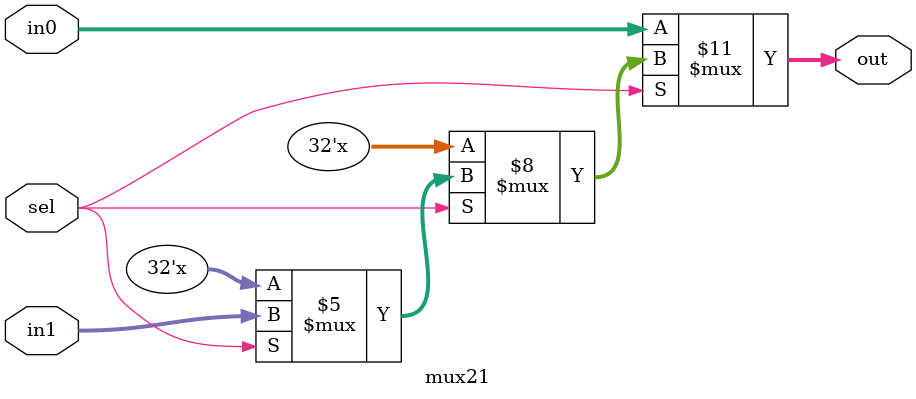
<source format=v>
module mux21(in0,in1,sel,out);
	parameter DATA_WIDTH=32;
	input [DATA_WIDTH-1:0]in0;
	input [DATA_WIDTH-1:0]in1;
	input sel;
	output reg[DATA_WIDTH-1:0] out;
always@(*)	begin
		if(sel==0)
			out = in0;
	    else if(sel==1)
			out = in1;
		else 
			out = {{DATA_WIDTH}{1'bz}};
end
endmodule

</source>
